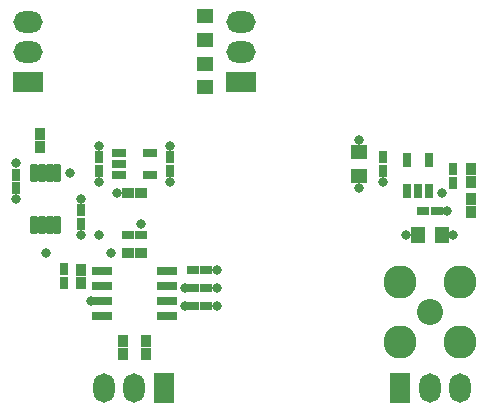
<source format=gbr>
%TF.GenerationSoftware,Altium Limited,Altium Designer,24.10.1 (45)*%
G04 Layer_Color=8388736*
%FSLAX45Y45*%
%MOMM*%
%TF.SameCoordinates,A6A100A0-8C7F-4B02-B864-72EC464A77B6*%
%TF.FilePolarity,Negative*%
%TF.FileFunction,Soldermask,Top*%
%TF.Part,Single*%
G01*
G75*
%TA.AperFunction,SMDPad,CuDef*%
%ADD39R,1.05320X0.80320*%
%ADD40R,0.80320X1.05320*%
%ADD41R,0.85320X1.00320*%
G04:AMPARAMS|DCode=42|XSize=0.74mm|YSize=1.24mm|CornerRadius=0.121mm|HoleSize=0mm|Usage=FLASHONLY|Rotation=180.000|XOffset=0mm|YOffset=0mm|HoleType=Round|Shape=RoundedRectangle|*
%AMROUNDEDRECTD42*
21,1,0.74000,0.99800,0,0,180.0*
21,1,0.49800,1.24000,0,0,180.0*
1,1,0.24200,-0.24900,0.49900*
1,1,0.24200,0.24900,0.49900*
1,1,0.24200,0.24900,-0.49900*
1,1,0.24200,-0.24900,-0.49900*
%
%ADD42ROUNDEDRECTD42*%
%ADD43R,1.65320X0.80320*%
G04:AMPARAMS|DCode=44|XSize=0.74mm|YSize=1.24mm|CornerRadius=0.121mm|HoleSize=0mm|Usage=FLASHONLY|Rotation=90.000|XOffset=0mm|YOffset=0mm|HoleType=Round|Shape=RoundedRectangle|*
%AMROUNDEDRECTD44*
21,1,0.74000,0.99800,0,0,90.0*
21,1,0.49800,1.24000,0,0,90.0*
1,1,0.24200,0.49900,0.24900*
1,1,0.24200,0.49900,-0.24900*
1,1,0.24200,-0.49900,-0.24900*
1,1,0.24200,-0.49900,0.24900*
%
%ADD44ROUNDEDRECTD44*%
%ADD45R,1.00320X0.85320*%
G04:AMPARAMS|DCode=46|XSize=0.6532mm|YSize=1.6032mm|CornerRadius=0.2141mm|HoleSize=0mm|Usage=FLASHONLY|Rotation=0.000|XOffset=0mm|YOffset=0mm|HoleType=Round|Shape=RoundedRectangle|*
%AMROUNDEDRECTD46*
21,1,0.65320,1.17500,0,0,0.0*
21,1,0.22500,1.60320,0,0,0.0*
1,1,0.42820,0.11250,-0.58750*
1,1,0.42820,-0.11250,-0.58750*
1,1,0.42820,-0.11250,0.58750*
1,1,0.42820,0.11250,0.58750*
%
%ADD46ROUNDEDRECTD46*%
%ADD47R,1.20320X1.35320*%
%ADD48R,1.35320X1.20320*%
%TA.AperFunction,ComponentPad*%
%ADD49O,1.80000X2.50000*%
%ADD50R,1.80000X2.50000*%
%ADD51C,2.80320*%
%ADD52C,2.20320*%
%ADD53O,2.50000X1.80000*%
%ADD54R,2.50000X1.80000*%
%TA.AperFunction,ViaPad*%
%ADD55C,0.80320*%
D39*
X-642500Y-250000D02*
D03*
X-757500D02*
D03*
X-642500Y-100000D02*
D03*
X-757501Y-100000D02*
D03*
X-1192500Y350000D02*
D03*
X-1307500D02*
D03*
X-642500Y50000D02*
D03*
X-757500D02*
D03*
X1307500Y550000D02*
D03*
X1192500D02*
D03*
D40*
X-1550000Y1007500D02*
D03*
Y892500D02*
D03*
X1450000Y792500D02*
D03*
Y907500D02*
D03*
X-1850000Y-57500D02*
D03*
Y57500D02*
D03*
X850000Y892500D02*
D03*
Y1007500D02*
D03*
X-950000Y892500D02*
D03*
Y1007500D02*
D03*
X-2250000Y742500D02*
D03*
Y857500D02*
D03*
X-1700000Y557500D02*
D03*
Y442500D02*
D03*
D41*
X-1150000Y-545000D02*
D03*
Y-654999D02*
D03*
X-1350000Y-545000D02*
D03*
Y-654999D02*
D03*
X1600000Y545000D02*
D03*
Y655000D02*
D03*
Y795000D02*
D03*
Y905000D02*
D03*
X-1700000Y-55000D02*
D03*
X-1700000Y55000D02*
D03*
X-2050000Y1095000D02*
D03*
Y1205000D02*
D03*
D42*
X1055000Y720000D02*
D03*
X1150000D02*
D03*
X1245000D02*
D03*
Y980000D02*
D03*
X1055000D02*
D03*
D43*
X-977500Y-340500D02*
D03*
Y-213500D02*
D03*
Y-86500D02*
D03*
Y40500D02*
D03*
X-1522500Y-340500D02*
D03*
Y-213500D02*
D03*
Y-86500D02*
D03*
Y40500D02*
D03*
D44*
X-1380000Y1045000D02*
D03*
Y950000D02*
D03*
Y855000D02*
D03*
X-1120000D02*
D03*
Y1045000D02*
D03*
D45*
X-1195000Y700000D02*
D03*
X-1305000D02*
D03*
X-1305000Y200000D02*
D03*
X-1195000D02*
D03*
D46*
X-2097500Y430000D02*
D03*
X-2032500D02*
D03*
X-1967500D02*
D03*
X-1902500D02*
D03*
X-2097500Y870000D02*
D03*
X-2032500Y870000D02*
D03*
X-1967500Y870000D02*
D03*
X-1902500Y870000D02*
D03*
D47*
X1150000Y350000D02*
D03*
X1350000D02*
D03*
D48*
X650000Y1050000D02*
D03*
Y850000D02*
D03*
X-650000Y2200000D02*
D03*
Y2000000D02*
D03*
Y1600000D02*
D03*
Y1800000D02*
D03*
D49*
X1504000Y-950000D02*
D03*
X1250000D02*
D03*
X-1504000Y-950000D02*
D03*
X-1250000D02*
D03*
D50*
X996000Y-950000D02*
D03*
X-996000Y-950000D02*
D03*
D51*
X996000Y-554000D02*
D03*
Y-46000D02*
D03*
X1504000Y-554000D02*
D03*
Y-46000D02*
D03*
D52*
X1250000Y-300000D02*
D03*
D53*
X-350000Y2154000D02*
D03*
Y1900000D02*
D03*
X-2150000Y2154000D02*
D03*
Y1900000D02*
D03*
D54*
X-350000Y1646000D02*
D03*
X-2150000D02*
D03*
D55*
X-1700000Y350000D02*
D03*
X1049967Y350000D02*
D03*
X650000Y1150000D02*
D03*
X1450000Y350000D02*
D03*
X1400000Y550000D02*
D03*
X1350000Y700000D02*
D03*
X850000Y800000D02*
D03*
X650000Y750000D02*
D03*
X-1792341Y870000D02*
D03*
X-1192500Y442500D02*
D03*
X-2000000Y200000D02*
D03*
X-1550000Y350000D02*
D03*
X-1450000Y200000D02*
D03*
X-825000Y-250000D02*
D03*
X-825000Y-100000D02*
D03*
X-1620000Y-213500D02*
D03*
X-2250001Y955000D02*
D03*
X-950000Y1105000D02*
D03*
X-1550000D02*
D03*
X-2250000Y650000D02*
D03*
X-1700000Y650000D02*
D03*
X-1397500Y700000D02*
D03*
X-1550000Y800000D02*
D03*
X-950000D02*
D03*
X-550000Y-250000D02*
D03*
Y-100000D02*
D03*
Y50000D02*
D03*
%TF.MD5,12522cfbeb905c057201f1a0e8babc36*%
M02*

</source>
